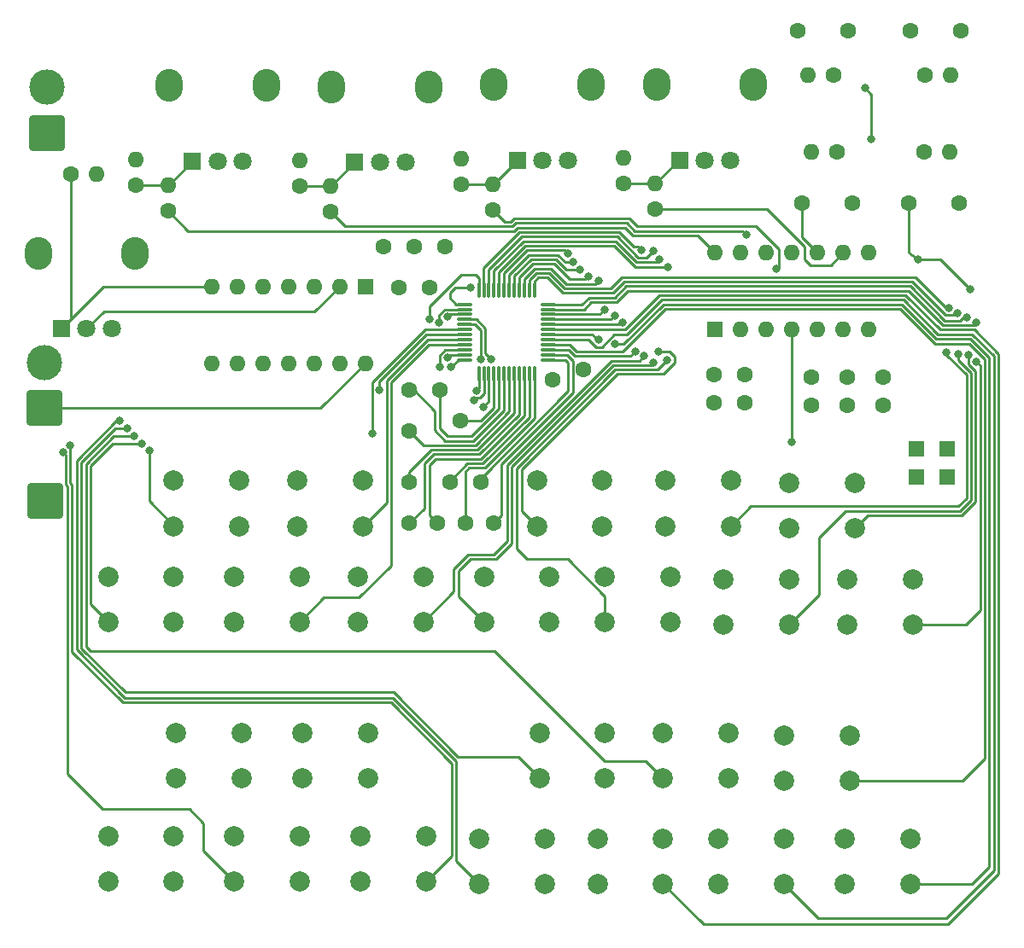
<source format=gbr>
%TF.GenerationSoftware,KiCad,Pcbnew,7.0.1-2.fc37*%
%TF.CreationDate,2023-04-06T16:15:49-04:00*%
%TF.ProjectId,synthesizer,73796e74-6865-4736-997a-65722e6b6963,rev?*%
%TF.SameCoordinates,Original*%
%TF.FileFunction,Copper,L1,Top*%
%TF.FilePolarity,Positive*%
%FSLAX46Y46*%
G04 Gerber Fmt 4.6, Leading zero omitted, Abs format (unit mm)*
G04 Created by KiCad (PCBNEW 7.0.1-2.fc37) date 2023-04-06 16:15:49*
%MOMM*%
%LPD*%
G01*
G04 APERTURE LIST*
G04 Aperture macros list*
%AMRoundRect*
0 Rectangle with rounded corners*
0 $1 Rounding radius*
0 $2 $3 $4 $5 $6 $7 $8 $9 X,Y pos of 4 corners*
0 Add a 4 corners polygon primitive as box body*
4,1,4,$2,$3,$4,$5,$6,$7,$8,$9,$2,$3,0*
0 Add four circle primitives for the rounded corners*
1,1,$1+$1,$2,$3*
1,1,$1+$1,$4,$5*
1,1,$1+$1,$6,$7*
1,1,$1+$1,$8,$9*
0 Add four rect primitives between the rounded corners*
20,1,$1+$1,$2,$3,$4,$5,0*
20,1,$1+$1,$4,$5,$6,$7,0*
20,1,$1+$1,$6,$7,$8,$9,0*
20,1,$1+$1,$8,$9,$2,$3,0*%
G04 Aperture macros list end*
%TA.AperFunction,SMDPad,CuDef*%
%ADD10RoundRect,0.075000X-0.662500X-0.075000X0.662500X-0.075000X0.662500X0.075000X-0.662500X0.075000X0*%
%TD*%
%TA.AperFunction,SMDPad,CuDef*%
%ADD11RoundRect,0.075000X-0.075000X-0.662500X0.075000X-0.662500X0.075000X0.662500X-0.075000X0.662500X0*%
%TD*%
%TA.AperFunction,ComponentPad*%
%ADD12C,2.000000*%
%TD*%
%TA.AperFunction,ComponentPad*%
%ADD13C,1.600000*%
%TD*%
%TA.AperFunction,ComponentPad*%
%ADD14RoundRect,0.250000X-0.550000X-0.550000X0.550000X-0.550000X0.550000X0.550000X-0.550000X0.550000X0*%
%TD*%
%TA.AperFunction,ComponentPad*%
%ADD15O,1.600000X1.600000*%
%TD*%
%TA.AperFunction,ComponentPad*%
%ADD16R,1.600000X1.600000*%
%TD*%
%TA.AperFunction,ComponentPad*%
%ADD17O,2.720000X3.240000*%
%TD*%
%TA.AperFunction,ComponentPad*%
%ADD18R,1.800000X1.800000*%
%TD*%
%TA.AperFunction,ComponentPad*%
%ADD19C,1.800000*%
%TD*%
%TA.AperFunction,ComponentPad*%
%ADD20C,3.500000*%
%TD*%
%TA.AperFunction,ComponentPad*%
%ADD21RoundRect,0.250002X-1.499998X-1.499998X1.499998X-1.499998X1.499998X1.499998X-1.499998X1.499998X0*%
%TD*%
%TA.AperFunction,ViaPad*%
%ADD22C,0.800000*%
%TD*%
%TA.AperFunction,Conductor*%
%ADD23C,0.250000*%
%TD*%
G04 APERTURE END LIST*
D10*
%TO.P,MSP430FR1,1,P1.2/UCB0SIMO/UCB0SDA/TB0TRG/OA0-/A2/Veref-*%
%TO.N,/P1.2*%
X72077500Y-87500000D03*
%TO.P,MSP430FR1,2,P1.1/UCB0CLK/ACLK/OA0O/COMP0.1/A1*%
%TO.N,/P1.1*%
X72077500Y-88000000D03*
%TO.P,MSP430FR1,3,P1.0/UCB0STE/SMCLK/COMP0.0/A0/Veref+*%
%TO.N,/P1.0*%
X72077500Y-88500000D03*
%TO.P,MSP430FR1,4,TEST/SBWTCK*%
%TO.N,unconnected-(MSP430FR1-TEST{slash}SBWTCK-Pad4)*%
X72077500Y-89000000D03*
%TO.P,MSP430FR1,5,RST/NMI/SBWTDIO*%
%TO.N,unconnected-(MSP430FR1-RST{slash}NMI{slash}SBWTDIO-Pad5)*%
X72077500Y-89500000D03*
%TO.P,MSP430FR1,6,DVCC*%
%TO.N,/3v3*%
X72077500Y-90000000D03*
%TO.P,MSP430FR1,7,DVSS*%
%TO.N,/GND*%
X72077500Y-90500000D03*
%TO.P,MSP430FR1,8,P2.7/TB0CLK/XIN*%
%TO.N,/P2.7*%
X72077500Y-91000000D03*
%TO.P,MSP430FR1,9,P2.6/MCLK/XOUT*%
%TO.N,/P2.6*%
X72077500Y-91500000D03*
%TO.P,MSP430FR1,10,P2.5/COMP1.0*%
%TO.N,/P2.5*%
X72077500Y-92000000D03*
%TO.P,MSP430FR1,11,P2.4/COMP1.1*%
%TO.N,/P2.4*%
X72077500Y-92500000D03*
%TO.P,MSP430FR1,12,P4.7/UCB1SOMI/UCB1SCL*%
%TO.N,/Square_PWM*%
X72077500Y-93000000D03*
D11*
%TO.P,MSP430FR1,13,P4.6/UCB1SIMO/UCB1SDA*%
%TO.N,/Triangle_PWM*%
X73490000Y-94412500D03*
%TO.P,MSP430FR1,14,P4.5/UCB1CLK*%
%TO.N,/Sawtooth_PWM*%
X73990000Y-94412500D03*
%TO.P,MSP430FR1,15,P4.4/UCB1STE*%
%TO.N,/Sine_PWM*%
X74490000Y-94412500D03*
%TO.P,MSP430FR1,16,P6.6/TB3CLK*%
%TO.N,unconnected-(MSP430FR1-P6.6{slash}TB3CLK-Pad16)*%
X74990000Y-94412500D03*
%TO.P,MSP430FR1,17,P6.5/TB3.6*%
%TO.N,unconnected-(MSP430FR1-P6.5{slash}TB3.6-Pad17)*%
X75490000Y-94412500D03*
%TO.P,MSP430FR1,18,P6.4/TB3.5*%
%TO.N,unconnected-(MSP430FR1-P6.4{slash}TB3.5-Pad18)*%
X75990000Y-94412500D03*
%TO.P,MSP430FR1,19,P6.3/TB3.4*%
%TO.N,unconnected-(MSP430FR1-P6.3{slash}TB3.4-Pad19)*%
X76490000Y-94412500D03*
%TO.P,MSP430FR1,20,P6.2/TB3.3*%
%TO.N,unconnected-(MSP430FR1-P6.2{slash}TB3.3-Pad20)*%
X76990000Y-94412500D03*
%TO.P,MSP430FR1,21,P6.1/TB3.2*%
%TO.N,unconnected-(MSP430FR1-P6.1{slash}TB3.2-Pad21)*%
X77490000Y-94412500D03*
%TO.P,MSP430FR1,22,P6.0/TB3.1*%
%TO.N,unconnected-(MSP430FR1-P6.0{slash}TB3.1-Pad22)*%
X77990000Y-94412500D03*
%TO.P,MSP430FR1,23,P4.3/UCA1TXD/UCA1SIMO/UCA1TXD*%
%TO.N,/UART_MSP_TX*%
X78490000Y-94412500D03*
%TO.P,MSP430FR1,24,P4.2/UCA1RXD/UCA1SOMI/UCA1RXD*%
%TO.N,/UART_MSP_RX*%
X78990000Y-94412500D03*
D10*
%TO.P,MSP430FR1,25,P4.1/UCA1CLK*%
%TO.N,unconnected-(MSP430FR1-P4.1{slash}UCA1CLK-Pad25)*%
X80402500Y-93000000D03*
%TO.P,MSP430FR1,26,P4.0/UCA1STE/ISOTXD/ISORXD*%
%TO.N,unconnected-(MSP430FR1-P4.0{slash}UCA1STE{slash}ISOTXD{slash}ISORXD-Pad26)*%
X80402500Y-92500000D03*
%TO.P,MSP430FR1,27,P2.3/TB1TRG*%
%TO.N,/P2.3*%
X80402500Y-92000000D03*
%TO.P,MSP430FR1,28,P2.2/TB1CLK*%
%TO.N,/P2.2*%
X80402500Y-91500000D03*
%TO.P,MSP430FR1,29,P2.1/TB1.2/COMP1.O*%
%TO.N,/P2.1*%
X80402500Y-91000000D03*
%TO.P,MSP430FR1,30,P2.0/TB1.1/COMP0.O*%
%TO.N,/P2.0*%
X80402500Y-90500000D03*
%TO.P,MSP430FR1,31,P1.7/UCA0TXD/UCA0SIMO/TB0.2/TDO/A7/VREF+*%
%TO.N,/P1.7*%
X80402500Y-90000000D03*
%TO.P,MSP430FR1,32,P1.6/UCA0RXD/UCA0SOMI/TB0.1/TDI/TCLK/A6*%
%TO.N,/P1.6*%
X80402500Y-89500000D03*
%TO.P,MSP430FR1,33,P1.5/UCA0CLK/TMS/A5*%
%TO.N,/P1.5*%
X80402500Y-89000000D03*
%TO.P,MSP430FR1,34,P1.4/UCA0STE/TCK/A4*%
%TO.N,/P1.4*%
X80402500Y-88500000D03*
%TO.P,MSP430FR1,35,P3.7*%
%TO.N,/P3.7*%
X80402500Y-88000000D03*
%TO.P,MSP430FR1,36,P3.6*%
%TO.N,/P3.6*%
X80402500Y-87500000D03*
D11*
%TO.P,MSP430FR1,37,P3.5*%
%TO.N,/P3.5*%
X78990000Y-86087500D03*
%TO.P,MSP430FR1,38,P3.4/SMCLK*%
%TO.N,/P3.4*%
X78490000Y-86087500D03*
%TO.P,MSP430FR1,39,P5.4*%
%TO.N,unconnected-(MSP430FR1-P5.4-Pad39)*%
X77990000Y-86087500D03*
%TO.P,MSP430FR1,40,P5.3/TB2TRG/A11*%
%TO.N,unconnected-(MSP430FR1-P5.3{slash}TB2TRG{slash}A11-Pad40)*%
X77490000Y-86087500D03*
%TO.P,MSP430FR1,41,P5.2/TB2CLK/A10*%
%TO.N,unconnected-(MSP430FR1-P5.2{slash}TB2CLK{slash}A10-Pad41)*%
X76990000Y-86087500D03*
%TO.P,MSP430FR1,42,P5.1/TB2.2/MFM.TX/A9*%
%TO.N,unconnected-(MSP430FR1-P5.1{slash}TB2.2{slash}MFM.TX{slash}A9-Pad42)*%
X76490000Y-86087500D03*
%TO.P,MSP430FR1,43,P5.0/TB2.1/MFM.RX/A8*%
%TO.N,unconnected-(MSP430FR1-P5.0{slash}TB2.1{slash}MFM.RX{slash}A8-Pad43)*%
X75990000Y-86087500D03*
%TO.P,MSP430FR1,44,P3.3*%
%TO.N,/P3.3*%
X75490000Y-86087500D03*
%TO.P,MSP430FR1,45,P3.2*%
%TO.N,/P3.2*%
X74990000Y-86087500D03*
%TO.P,MSP430FR1,46,P3.1*%
%TO.N,/P3.1*%
X74490000Y-86087500D03*
%TO.P,MSP430FR1,47,P3.0/MCLK*%
%TO.N,/P3.0*%
X73990000Y-86087500D03*
%TO.P,MSP430FR1,48,1.3/UCB0SOMI/UCB0SCL/A3*%
%TO.N,/P1.3*%
X73490000Y-86087500D03*
%TD*%
D12*
%TO.P,F#_4,1,1*%
%TO.N,/3v3*%
X79250000Y-105000000D03*
X85750000Y-105000000D03*
%TO.P,F#_4,2,2*%
%TO.N,/P3.2*%
X79250000Y-109500000D03*
X85750000Y-109500000D03*
%TD*%
D13*
%TO.P,C_Sin1,1*%
%TO.N,/Sine_Analog*%
X121145000Y-77470000D03*
%TO.P,C_Sin1,2*%
%TO.N,/GND*%
X116145000Y-77470000D03*
%TD*%
D12*
%TO.P,D_3,1,1*%
%TO.N,/3v3*%
X49250000Y-140250000D03*
X55750000Y-140250000D03*
%TO.P,D_3,2,2*%
%TO.N,/P1.2*%
X49250000Y-144750000D03*
X55750000Y-144750000D03*
%TD*%
D14*
%TO.P,3v3,1*%
%TO.N,/3v3*%
X116840000Y-101854000D03*
%TD*%
D13*
%TO.P,R3,1*%
%TO.N,/Sine_Isolated*%
X42700000Y-78240000D03*
D15*
%TO.P,R3,2*%
%TO.N,/Sine_Divided*%
X42700000Y-75700000D03*
%TD*%
D16*
%TO.P,U2,1,BIAS*%
%TO.N,unconnected-(U2A-BIAS-Pad1)*%
X62230000Y-85725000D03*
D15*
%TO.P,U2,2*%
%TO.N,/Audio_Out*%
X59690000Y-85725000D03*
%TO.P,U2,3,GND*%
%TO.N,/GND*%
X57150000Y-85725000D03*
%TO.P,U2,4,GND*%
X54610000Y-85725000D03*
%TO.P,U2,5,GND*%
X52070000Y-85725000D03*
%TO.P,U2,6,+*%
%TO.N,/Mixed*%
X49530000Y-85725000D03*
%TO.P,U2,7,-*%
%TO.N,Net-(U2A--)*%
X46990000Y-85725000D03*
%TO.P,U2,8,-*%
%TO.N,unconnected-(U2B---Pad8)*%
X46990000Y-93345000D03*
%TO.P,U2,9,+*%
%TO.N,unconnected-(U2B-+-Pad9)*%
X49530000Y-93345000D03*
%TO.P,U2,10,GND*%
%TO.N,/GND*%
X52070000Y-93345000D03*
%TO.P,U2,11,GND*%
X54610000Y-93345000D03*
%TO.P,U2,12,GND*%
X57150000Y-93345000D03*
%TO.P,U2,13*%
%TO.N,unconnected-(U2-Pad13)*%
X59690000Y-93345000D03*
%TO.P,U2,14,V+*%
%TO.N,/9v*%
X62230000Y-93345000D03*
%TD*%
D12*
%TO.P,A#_4,1,1*%
%TO.N,/3v3*%
X104250000Y-105250000D03*
X110750000Y-105250000D03*
%TO.P,A#_4,2,2*%
%TO.N,/P3.6*%
X104250000Y-109750000D03*
X110750000Y-109750000D03*
%TD*%
%TO.P,C_4,1,1*%
%TO.N,/3v3*%
X36750000Y-114500000D03*
X43250000Y-114500000D03*
%TO.P,C_4,2,2*%
%TO.N,/P2.4*%
X36750000Y-119000000D03*
X43250000Y-119000000D03*
%TD*%
%TO.P,E_4,1,1*%
%TO.N,/3v3*%
X61500000Y-114500000D03*
X68000000Y-114500000D03*
%TO.P,E_4,2,2*%
%TO.N,/P3.0*%
X61500000Y-119000000D03*
X68000000Y-119000000D03*
%TD*%
D13*
%TO.P,R2,1*%
%TO.N,/Square_Isolated*%
X91000000Y-78045000D03*
D15*
%TO.P,R2,2*%
%TO.N,/Square_Divided*%
X91000000Y-75505000D03*
%TD*%
D13*
%TO.P,40,1*%
%TO.N,unconnected-(MSP430FR1-P5.3{slash}TB2TRG{slash}A11-Pad40)*%
X65532000Y-85852000D03*
%TD*%
%TO.P,20,1*%
%TO.N,unconnected-(MSP430FR1-P6.2{slash}TB3.3-Pad20)*%
X66600000Y-105156000D03*
%TD*%
D17*
%TO.P,R_Sine_Mix1,*%
%TO.N,*%
X42800000Y-65800000D03*
X52400000Y-65800000D03*
D18*
%TO.P,R_Sine_Mix1,1,1*%
%TO.N,/Sine_Divided*%
X45100000Y-73300000D03*
D19*
%TO.P,R_Sine_Mix1,2,2*%
%TO.N,/Mixed*%
X47600000Y-73300000D03*
%TO.P,R_Sine_Mix1,3,3*%
%TO.N,/GND*%
X50100000Y-73300000D03*
%TD*%
D13*
%TO.P,GND,1*%
%TO.N,/GND*%
X109982000Y-94742000D03*
%TD*%
%TO.P,GND,1*%
%TO.N,/GND*%
X113538000Y-97536000D03*
%TD*%
%TO.P,GND,1*%
%TO.N,/GND*%
X106426000Y-97536000D03*
%TD*%
%TO.P,24,1*%
%TO.N,/UART_MSP_RX*%
X72136000Y-109220000D03*
%TD*%
%TO.P,R7,1*%
%TO.N,/Sawtooth_Isolated*%
X58825000Y-78330000D03*
D15*
%TO.P,R7,2*%
%TO.N,/Sawtooth_Divided*%
X58825000Y-75790000D03*
%TD*%
D13*
%TO.P,18,1*%
%TO.N,unconnected-(MSP430FR1-P6.4{slash}TB3.5-Pad18)*%
X66600000Y-96012000D03*
%TD*%
%TO.P,GND,1*%
%TO.N,/GND*%
X109982000Y-97536000D03*
%TD*%
D14*
%TO.P,3v3,1*%
%TO.N,/3v3*%
X116840000Y-104648000D03*
%TD*%
D16*
%TO.P,U3,1*%
%TO.N,/Sawtooth_Isolated*%
X96920000Y-90020000D03*
D15*
%TO.P,U3,2,-*%
X99460000Y-90020000D03*
%TO.P,U3,3,+*%
%TO.N,/Sawtooth_Analog*%
X102000000Y-90020000D03*
%TO.P,U3,4,V+*%
%TO.N,/3v3*%
X104540000Y-90020000D03*
%TO.P,U3,5,+*%
%TO.N,/Triangle_Analog*%
X107080000Y-90020000D03*
%TO.P,U3,6,-*%
%TO.N,/Triangle_Isolated*%
X109620000Y-90020000D03*
%TO.P,U3,7*%
X112160000Y-90020000D03*
%TO.P,U3,8*%
%TO.N,/Square_Isolated*%
X112160000Y-82400000D03*
%TO.P,U3,9,-*%
X109620000Y-82400000D03*
%TO.P,U3,10,+*%
%TO.N,/Square_Analog*%
X107080000Y-82400000D03*
%TO.P,U3,11,V-*%
%TO.N,/GND*%
X104540000Y-82400000D03*
%TO.P,U3,12,+*%
%TO.N,/Sine_Analog*%
X102000000Y-82400000D03*
%TO.P,U3,13,-*%
%TO.N,/Sine_Isolated*%
X99460000Y-82400000D03*
%TO.P,U3,14*%
X96920000Y-82400000D03*
%TD*%
D12*
%TO.P,F#_3,1,1*%
%TO.N,/3v3*%
X79500000Y-130000000D03*
X86000000Y-130000000D03*
%TO.P,F#_3,2,2*%
%TO.N,/P1.6*%
X79500000Y-134500000D03*
X86000000Y-134500000D03*
%TD*%
D13*
%TO.P,16,1*%
%TO.N,unconnected-(MSP430FR1-P6.6{slash}TB3CLK-Pad16)*%
X71628000Y-99060000D03*
%TD*%
%TO.P,NC,1*%
%TO.N,N/C*%
X99822000Y-94488000D03*
%TD*%
%TO.P,41,1*%
%TO.N,unconnected-(MSP430FR1-P5.2{slash}TB2CLK{slash}A10-Pad41)*%
X70104000Y-81788000D03*
%TD*%
%TO.P,43,1*%
%TO.N,unconnected-(MSP430FR1-P5.0{slash}TB2.1{slash}MFM.RX{slash}A8-Pad43)*%
X64008000Y-81788000D03*
%TD*%
D12*
%TO.P,A_3,1,1*%
%TO.N,/3v3*%
X97250000Y-140500000D03*
X103750000Y-140500000D03*
%TO.P,A_3,2,2*%
%TO.N,/P2.1*%
X97250000Y-145000000D03*
X103750000Y-145000000D03*
%TD*%
D13*
%TO.P,C_Saw1,1*%
%TO.N,/Sawtooth_Analog*%
X121245000Y-60325000D03*
%TO.P,C_Saw1,2*%
%TO.N,/GND*%
X116245000Y-60325000D03*
%TD*%
%TO.P,R_Sq1,1*%
%TO.N,/Square_PWM*%
X108985000Y-72395000D03*
D15*
%TO.P,R_Sq1,2*%
%TO.N,/Square_Analog*%
X106445000Y-72395000D03*
%TD*%
D12*
%TO.P,B_3,1,1*%
%TO.N,/3v3*%
X109750000Y-140500000D03*
X116250000Y-140500000D03*
%TO.P,B_3,2,2*%
%TO.N,/P2.3*%
X109750000Y-145000000D03*
X116250000Y-145000000D03*
%TD*%
D17*
%TO.P,R_Triangle_Mix1,*%
%TO.N,*%
X75000000Y-65725000D03*
X84600000Y-65725000D03*
D18*
%TO.P,R_Triangle_Mix1,1,1*%
%TO.N,/Triangle_Divided*%
X77300000Y-73225000D03*
D19*
%TO.P,R_Triangle_Mix1,2,2*%
%TO.N,/Mixed*%
X79800000Y-73225000D03*
%TO.P,R_Triangle_Mix1,3,3*%
%TO.N,/GND*%
X82300000Y-73225000D03*
%TD*%
D12*
%TO.P,G#_3,1,1*%
%TO.N,/3v3*%
X91750000Y-130000000D03*
X98250000Y-130000000D03*
%TO.P,G#_3,2,2*%
%TO.N,/P2.0*%
X91750000Y-134500000D03*
X98250000Y-134500000D03*
%TD*%
%TO.P,A_4,1,1*%
%TO.N,/3v3*%
X97750000Y-114750000D03*
X104250000Y-114750000D03*
%TO.P,A_4,2,2*%
%TO.N,/P3.5*%
X97750000Y-119250000D03*
X104250000Y-119250000D03*
%TD*%
%TO.P,G_3,1,1*%
%TO.N,/3v3*%
X85250000Y-140500000D03*
X91750000Y-140500000D03*
%TO.P,G_3,2,2*%
%TO.N,/P1.7*%
X85250000Y-145000000D03*
X91750000Y-145000000D03*
%TD*%
D13*
%TO.P,4,1*%
%TO.N,unconnected-(MSP430FR1-TEST{slash}SBWTCK-Pad4)*%
X83820000Y-93980000D03*
%TD*%
D12*
%TO.P,F_3,1,1*%
%TO.N,/3v3*%
X73500000Y-140500000D03*
X80000000Y-140500000D03*
%TO.P,F_3,2,2*%
%TO.N,/P1.5*%
X73500000Y-145000000D03*
X80000000Y-145000000D03*
%TD*%
D20*
%TO.P,GND,1*%
%TO.N,/Audio_Out*%
X30700000Y-65900000D03*
%TD*%
D13*
%TO.P,GND,1*%
%TO.N,/GND*%
X106426000Y-94742000D03*
%TD*%
%TO.P,NC,1*%
%TO.N,N/C*%
X96774000Y-94488000D03*
%TD*%
D12*
%TO.P,D#_4,1,1*%
%TO.N,/3v3*%
X55500000Y-105000000D03*
X62000000Y-105000000D03*
%TO.P,D#_4,2,2*%
%TO.N,/P2.7*%
X55500000Y-109500000D03*
X62000000Y-109500000D03*
%TD*%
%TO.P,E_3,1,1*%
%TO.N,/3v3*%
X61750000Y-140250000D03*
X68250000Y-140250000D03*
%TO.P,E_3,2,2*%
%TO.N,/P1.4*%
X61750000Y-144750000D03*
X68250000Y-144750000D03*
%TD*%
D13*
%TO.P,19,1*%
%TO.N,unconnected-(MSP430FR1-P6.3{slash}TB3.4-Pad19)*%
X66600000Y-100076000D03*
%TD*%
D14*
%TO.P,3v3,1*%
%TO.N,/3v3*%
X119888000Y-104648000D03*
%TD*%
D13*
%TO.P,23,1*%
%TO.N,/UART_MSP_TX*%
X70612000Y-105156000D03*
%TD*%
%TO.P,26,1*%
%TO.N,unconnected-(MSP430FR1-P4.0{slash}UCA1STE{slash}ISOTXD{slash}ISORXD-Pad26)*%
X74930000Y-109220000D03*
%TD*%
%TO.P,R8,1*%
%TO.N,/Sawtooth_Divided*%
X55700000Y-75745000D03*
D15*
%TO.P,R8,2*%
%TO.N,/GND*%
X55700000Y-73205000D03*
%TD*%
D13*
%TO.P,R_Saw1,1*%
%TO.N,/Sawtooth_PWM*%
X117700000Y-64770000D03*
D15*
%TO.P,R_Saw1,2*%
%TO.N,/Sawtooth_Analog*%
X120240000Y-64770000D03*
%TD*%
D13*
%TO.P,R_Sin1,1*%
%TO.N,/Sine_PWM*%
X117600000Y-72400000D03*
D15*
%TO.P,R_Sin1,2*%
%TO.N,/Sine_Analog*%
X120140000Y-72400000D03*
%TD*%
D13*
%TO.P,R1,1*%
%TO.N,/Square_Divided*%
X87800000Y-75540000D03*
D15*
%TO.P,R1,2*%
%TO.N,/GND*%
X87800000Y-73000000D03*
%TD*%
D13*
%TO.P,R_T1,1*%
%TO.N,/Triangle_PWM*%
X108645000Y-64770000D03*
D15*
%TO.P,R_T1,2*%
%TO.N,/Triangle_Analog*%
X106105000Y-64770000D03*
%TD*%
D12*
%TO.P,G_4,1,1*%
%TO.N,/3v3*%
X86000000Y-114500000D03*
X92500000Y-114500000D03*
%TO.P,G_4,2,2*%
%TO.N,/P3.3*%
X86000000Y-119000000D03*
X92500000Y-119000000D03*
%TD*%
D13*
%TO.P,C_T1,1*%
%TO.N,/Triangle_Analog*%
X105100000Y-60325000D03*
%TO.P,C_T1,2*%
%TO.N,/GND*%
X110100000Y-60325000D03*
%TD*%
%TO.P,R6,1*%
%TO.N,/Triangle_Divided*%
X71700000Y-75565000D03*
D15*
%TO.P,R6,2*%
%TO.N,/GND*%
X71700000Y-73025000D03*
%TD*%
D13*
%TO.P,42,1*%
%TO.N,unconnected-(MSP430FR1-P5.1{slash}TB2.2{slash}MFM.TX{slash}A9-Pad42)*%
X67056000Y-81788000D03*
%TD*%
D12*
%TO.P,G#_4,1,1*%
%TO.N,/3v3*%
X92000000Y-105000000D03*
X98500000Y-105000000D03*
%TO.P,G#_4,2,2*%
%TO.N,/P3.4*%
X92000000Y-109500000D03*
X98500000Y-109500000D03*
%TD*%
%TO.P,D#_3,1,1*%
%TO.N,/3v3*%
X56000000Y-130000000D03*
X62500000Y-130000000D03*
%TO.P,D#_3,2,2*%
%TO.N,/P1.3*%
X56000000Y-134500000D03*
X62500000Y-134500000D03*
%TD*%
D17*
%TO.P,R_Volume1,*%
%TO.N,*%
X29800000Y-82425000D03*
X39400000Y-82425000D03*
D18*
%TO.P,R_Volume1,1,1*%
%TO.N,Net-(U2A--)*%
X32100000Y-89925000D03*
D19*
%TO.P,R_Volume1,2,2*%
%TO.N,/Audio_Out*%
X34600000Y-89925000D03*
%TO.P,R_Volume1,3,3*%
%TO.N,unconnected-(R_Volume1-Pad3)*%
X37100000Y-89925000D03*
%TD*%
D13*
%TO.P,R4,1*%
%TO.N,/Sine_Divided*%
X39500000Y-75640000D03*
D15*
%TO.P,R4,2*%
%TO.N,/GND*%
X39500000Y-73100000D03*
%TD*%
D21*
%TO.P,Audio Out,1*%
%TO.N,/Audio_Out*%
X30700000Y-70500000D03*
%TD*%
D20*
%TO.P,GND,1*%
%TO.N,/GND*%
X30400000Y-93300000D03*
%TD*%
D12*
%TO.P,C#_3,1,1*%
%TO.N,/3v3*%
X43500000Y-130000000D03*
X50000000Y-130000000D03*
%TO.P,C#_3,2,2*%
%TO.N,/P1.1*%
X43500000Y-134500000D03*
X50000000Y-134500000D03*
%TD*%
D17*
%TO.P,P_Square_Mix1,*%
%TO.N,*%
X91100000Y-65700000D03*
X100700000Y-65700000D03*
D18*
%TO.P,P_Square_Mix1,1,1*%
%TO.N,/Square_Divided*%
X93400000Y-73200000D03*
D19*
%TO.P,P_Square_Mix1,2,2*%
%TO.N,/Mixed*%
X95900000Y-73200000D03*
%TO.P,P_Square_Mix1,3,3*%
%TO.N,/GND*%
X98400000Y-73200000D03*
%TD*%
D12*
%TO.P,A#_3,1,1*%
%TO.N,/3v3*%
X103750000Y-130250000D03*
X110250000Y-130250000D03*
%TO.P,A#_3,2,2*%
%TO.N,/P2.2*%
X103750000Y-134750000D03*
X110250000Y-134750000D03*
%TD*%
%TO.P,B_4,1,1*%
%TO.N,/3v3*%
X110000000Y-114750000D03*
X116500000Y-114750000D03*
%TO.P,B_4,2,2*%
%TO.N,/P3.7*%
X110000000Y-119250000D03*
X116500000Y-119250000D03*
%TD*%
D14*
%TO.P,3v3,1*%
%TO.N,/3v3*%
X119888000Y-101854000D03*
%TD*%
D17*
%TO.P,R_Sawtooth_Mix1,*%
%TO.N,*%
X58900000Y-65925000D03*
X68500000Y-65925000D03*
D18*
%TO.P,R_Sawtooth_Mix1,1,1*%
%TO.N,/Sawtooth_Divided*%
X61200000Y-73425000D03*
D19*
%TO.P,R_Sawtooth_Mix1,2,2*%
%TO.N,/Mixed*%
X63700000Y-73425000D03*
%TO.P,R_Sawtooth_Mix1,3,3*%
%TO.N,/GND*%
X66200000Y-73425000D03*
%TD*%
D12*
%TO.P,C_3,1,1*%
%TO.N,/3v3*%
X36750000Y-140250000D03*
X43250000Y-140250000D03*
%TO.P,C_3,2,2*%
%TO.N,/P1.0*%
X36750000Y-144750000D03*
X43250000Y-144750000D03*
%TD*%
%TO.P,D_4,1,1*%
%TO.N,/3v3*%
X49250000Y-114500000D03*
X55750000Y-114500000D03*
%TO.P,D_4,2,2*%
%TO.N,/P2.6*%
X49250000Y-119000000D03*
X55750000Y-119000000D03*
%TD*%
D13*
%TO.P,GND,1*%
%TO.N,/GND*%
X113538000Y-94742000D03*
%TD*%
D21*
%TO.P,3.3v,1*%
%TO.N,/3v3*%
X30500000Y-107000000D03*
%TD*%
D13*
%TO.P,R9,1*%
%TO.N,Net-(U2A--)*%
X33060000Y-74600000D03*
D15*
%TO.P,R9,2*%
%TO.N,/GND*%
X35600000Y-74600000D03*
%TD*%
D13*
%TO.P,22,1*%
%TO.N,unconnected-(MSP430FR1-P6.0{slash}TB3.1-Pad22)*%
X69342000Y-109220000D03*
%TD*%
%TO.P,5,1*%
%TO.N,unconnected-(MSP430FR1-RST{slash}NMI{slash}SBWTDIO-Pad5)*%
X80772000Y-94996000D03*
%TD*%
%TO.P,C_Sq1,1*%
%TO.N,/Square_Analog*%
X105490000Y-77470000D03*
%TO.P,C_Sq1,2*%
%TO.N,/GND*%
X110490000Y-77470000D03*
%TD*%
D12*
%TO.P,C#_4,1,1*%
%TO.N,/3v3*%
X43250000Y-105000000D03*
X49750000Y-105000000D03*
%TO.P,C#_4,2,2*%
%TO.N,/P2.5*%
X43250000Y-109500000D03*
X49750000Y-109500000D03*
%TD*%
D13*
%TO.P,25,1*%
%TO.N,unconnected-(MSP430FR1-P4.1{slash}UCA1CLK-Pad25)*%
X73660000Y-105156000D03*
%TD*%
%TO.P,39,1*%
%TO.N,unconnected-(MSP430FR1-P5.4-Pad39)*%
X68580000Y-85852000D03*
%TD*%
D12*
%TO.P,F_4,1,1*%
%TO.N,/3v3*%
X74000000Y-114500000D03*
X80500000Y-114500000D03*
%TO.P,F_4,2,2*%
%TO.N,/P3.1*%
X74000000Y-119000000D03*
X80500000Y-119000000D03*
%TD*%
D13*
%TO.P,R5,1*%
%TO.N,/Triangle_Isolated*%
X74900000Y-78165000D03*
D15*
%TO.P,R5,2*%
%TO.N,/Triangle_Divided*%
X74900000Y-75625000D03*
%TD*%
D21*
%TO.P,9v,1*%
%TO.N,/9v*%
X30400000Y-97800000D03*
%TD*%
D13*
%TO.P,17,1*%
%TO.N,unconnected-(MSP430FR1-P6.5{slash}TB3.6-Pad17)*%
X69596000Y-96012000D03*
%TD*%
%TO.P,21,1*%
%TO.N,unconnected-(MSP430FR1-P6.1{slash}TB3.2-Pad21)*%
X66600000Y-109220000D03*
%TD*%
%TO.P,NC,1*%
%TO.N,N/C*%
X96774000Y-97282000D03*
%TD*%
%TO.P,NC,1*%
%TO.N,N/C*%
X99822000Y-97282000D03*
%TD*%
D22*
%TO.N,/3v3*%
X62900500Y-100300500D03*
X104540000Y-101200000D03*
%TO.N,/P3.6*%
X122075500Y-92500150D03*
X121875837Y-88825500D03*
%TO.N,/P3.5*%
X120898330Y-88375500D03*
X121000000Y-92400000D03*
%TO.N,/P2.3*%
X89009374Y-92148961D03*
X86999403Y-91450500D03*
%TO.N,/P3.7*%
X122833107Y-93166893D03*
X122810632Y-89306794D03*
%TO.N,/P1.1*%
X69559571Y-89275500D03*
%TO.N,/P2.5*%
X69600000Y-93692698D03*
X40800000Y-102000000D03*
%TO.N,/P1.0*%
X70400000Y-88734500D03*
%TO.N,/P2.4*%
X70400000Y-92800000D03*
X40075500Y-101293245D03*
%TO.N,/P1.3*%
X68623916Y-88924000D03*
%TO.N,/P1.2*%
X32251000Y-102200000D03*
X72644000Y-85852000D03*
%TO.N,/P1.4*%
X86000000Y-88000000D03*
X32975500Y-101461874D03*
%TO.N,/P3.0*%
X89875500Y-92647792D03*
X89600000Y-82125500D03*
%TO.N,/P1.6*%
X38626500Y-99837701D03*
X87736683Y-89275500D03*
%TO.N,/P3.2*%
X91324500Y-92200000D03*
X91400000Y-83075500D03*
%TO.N,/P1.5*%
X87000000Y-88600000D03*
X37902000Y-99081665D03*
%TO.N,/P3.1*%
X90817700Y-93250500D03*
X90800000Y-82200000D03*
%TO.N,/P2.0*%
X39351000Y-100562201D03*
X85400000Y-91000000D03*
%TO.N,/P3.4*%
X119870149Y-92245096D03*
X120058158Y-87834098D03*
%TO.N,/P3.3*%
X92187701Y-93012299D03*
X92200000Y-83800000D03*
%TO.N,unconnected-(MSP430FR1-TEST{slash}SBWTCK-Pad4)*%
X74676000Y-92964000D03*
%TO.N,/GND*%
X111760000Y-66040000D03*
X122200000Y-86000000D03*
X112395000Y-71120000D03*
X63625500Y-95974500D03*
X117000000Y-83000000D03*
%TO.N,unconnected-(MSP430FR1-RST{slash}NMI{slash}SBWTDIO-Pad5)*%
X73660000Y-92964000D03*
%TO.N,/Square_PWM*%
X70716070Y-93748211D03*
%TO.N,/Triangle_PWM*%
X73265500Y-96055000D03*
%TO.N,/Sawtooth_PWM*%
X73024500Y-97025012D03*
%TO.N,/Sine_PWM*%
X73913065Y-97694500D03*
%TO.N,unconnected-(MSP430FR1-P5.4-Pad39)*%
X85344000Y-85185500D03*
%TO.N,unconnected-(MSP430FR1-P5.3{slash}TB2TRG{slash}A11-Pad40)*%
X84328000Y-84735500D03*
%TO.N,unconnected-(MSP430FR1-P5.2{slash}TB2CLK{slash}A10-Pad41)*%
X83510755Y-84018755D03*
%TO.N,unconnected-(MSP430FR1-P5.1{slash}TB2.2{slash}MFM.TX{slash}A9-Pad42)*%
X82804000Y-83312000D03*
%TO.N,unconnected-(MSP430FR1-P5.0{slash}TB2.1{slash}MFM.RX{slash}A8-Pad43)*%
X82296000Y-82410500D03*
%TO.N,/Sawtooth_Isolated*%
X100000000Y-80600000D03*
%TO.N,/Triangle_Isolated*%
X103000000Y-84000000D03*
%TD*%
D23*
%TO.N,/3v3*%
X62900500Y-95263104D02*
X62900500Y-95686847D01*
X68163604Y-90000000D02*
X62900500Y-95263104D01*
X104540000Y-90020000D02*
X104540000Y-101200000D01*
X72077500Y-90000000D02*
X68163604Y-90000000D01*
X62900500Y-100300500D02*
X62900500Y-95674195D01*
%TO.N,/P2.2*%
X121450000Y-134750000D02*
X110250000Y-134750000D01*
X91996676Y-87950000D02*
X115240812Y-87950000D01*
X123650000Y-92959188D02*
X123650000Y-132550000D01*
X82500000Y-91500000D02*
X83175000Y-92175000D01*
X115240812Y-87950000D02*
X118690812Y-91400000D01*
X87771676Y-92175000D02*
X91996676Y-87950000D01*
X122090812Y-91400000D02*
X123650000Y-92959188D01*
X87425000Y-92175000D02*
X87771676Y-92175000D01*
X80330000Y-91500000D02*
X82500000Y-91500000D01*
X83175000Y-92175000D02*
X87425000Y-92175000D01*
X123650000Y-132550000D02*
X121450000Y-134750000D01*
X118690812Y-91400000D02*
X122090812Y-91400000D01*
%TO.N,/P3.6*%
X121875837Y-88825500D02*
X121623330Y-88572993D01*
X83707145Y-87560000D02*
X81265685Y-87560000D01*
X122075500Y-93434591D02*
X122750000Y-94109091D01*
X122750000Y-107086396D02*
X121386396Y-108450000D01*
X81205685Y-87500000D02*
X80330000Y-87500000D01*
X121623330Y-88572993D02*
X121623330Y-88675805D01*
X122075500Y-92500150D02*
X122075500Y-93434591D01*
X116262359Y-85700000D02*
X88072884Y-85700000D01*
X84442145Y-86825000D02*
X83707145Y-87560000D01*
X88072884Y-85700000D02*
X86947884Y-86825000D01*
X121623330Y-88675805D02*
X121198635Y-89100500D01*
X121386396Y-108450000D02*
X112050000Y-108450000D01*
X119662859Y-89100500D02*
X116262359Y-85700000D01*
X122750000Y-94109091D02*
X122750000Y-107086396D01*
X81265685Y-87560000D02*
X81205685Y-87500000D01*
X121198635Y-89100500D02*
X119662859Y-89100500D01*
X86947884Y-86825000D02*
X84442145Y-86825000D01*
X112050000Y-108450000D02*
X110750000Y-109750000D01*
%TO.N,/P2.1*%
X124550000Y-143650000D02*
X124550000Y-92586396D01*
X107150000Y-148400000D02*
X119800000Y-148400000D01*
X119800000Y-148400000D02*
X124550000Y-143650000D01*
X84384695Y-91010000D02*
X80330000Y-91010000D01*
X88183231Y-90490653D02*
X86933945Y-90490653D01*
X91623884Y-87050000D02*
X88183231Y-90490653D01*
X115613604Y-87050000D02*
X91623884Y-87050000D01*
X85099695Y-91725000D02*
X84384695Y-91010000D01*
X103750000Y-145000000D02*
X107150000Y-148400000D01*
X85699598Y-91725000D02*
X85099695Y-91725000D01*
X124550000Y-92586396D02*
X122414104Y-90450500D01*
X86933945Y-90490653D02*
X85699598Y-91725000D01*
X122414104Y-90450500D02*
X119014104Y-90450500D01*
X119014104Y-90450500D02*
X115613604Y-87050000D01*
%TO.N,/P3.5*%
X121200000Y-108000000D02*
X109800000Y-108000000D01*
X120714732Y-88559098D02*
X119757853Y-88559098D01*
X122300000Y-106900000D02*
X121200000Y-108000000D01*
X122300000Y-94295487D02*
X122300000Y-106900000D01*
X80264000Y-84836000D02*
X79400396Y-84836000D01*
X107200000Y-110600000D02*
X107200000Y-116300000D01*
X121000000Y-92400000D02*
X121000000Y-92995487D01*
X121000000Y-92995487D02*
X122300000Y-94295487D01*
X81788000Y-86360000D02*
X80264000Y-84836000D01*
X107200000Y-116300000D02*
X104250000Y-119250000D01*
X109800000Y-108000000D02*
X107200000Y-110600000D01*
X86776488Y-86360000D02*
X81788000Y-86360000D01*
X79000000Y-85236396D02*
X79000000Y-86160000D01*
X119757853Y-88559098D02*
X116448755Y-85250000D01*
X120898330Y-88375500D02*
X120714732Y-88559098D01*
X87886488Y-85250000D02*
X86776488Y-86360000D01*
X79400396Y-84836000D02*
X79000000Y-85236396D01*
X116448755Y-85250000D02*
X87886488Y-85250000D01*
%TO.N,/P2.3*%
X87859780Y-91450500D02*
X91810280Y-87500000D01*
X124100000Y-92772792D02*
X124100000Y-143300000D01*
X91810280Y-87500000D02*
X115427208Y-87500000D01*
X115427208Y-87500000D02*
X118827708Y-90900500D01*
X82988604Y-92625000D02*
X82373604Y-92010000D01*
X122400000Y-145000000D02*
X116250000Y-145000000D01*
X82373604Y-92010000D02*
X80330000Y-92010000D01*
X124100000Y-143300000D02*
X122400000Y-145000000D01*
X122227708Y-90900500D02*
X124100000Y-92772792D01*
X89009374Y-92148961D02*
X88533335Y-92625000D01*
X88533335Y-92625000D02*
X82988604Y-92625000D01*
X118827708Y-90900500D02*
X122227708Y-90900500D01*
X86999403Y-91450500D02*
X87859780Y-91450500D01*
%TO.N,/P3.7*%
X84628541Y-87275000D02*
X83893541Y-88010000D01*
X119476463Y-89550500D02*
X116075963Y-86150000D01*
X123200000Y-117800000D02*
X121750000Y-119250000D01*
X123200000Y-93533786D02*
X123200000Y-117800000D01*
X116075963Y-86150000D02*
X88259280Y-86150000D01*
X122810632Y-89306794D02*
X122566926Y-89550500D01*
X87134280Y-87275000D02*
X84628541Y-87275000D01*
X88259280Y-86150000D02*
X87134280Y-87275000D01*
X121750000Y-119250000D02*
X116500000Y-119250000D01*
X83893541Y-88010000D02*
X80330000Y-88010000D01*
X122566926Y-89550500D02*
X119476463Y-89550500D01*
X122833107Y-93166893D02*
X123200000Y-93533786D01*
%TO.N,/P1.1*%
X70099195Y-88010000D02*
X72150000Y-88010000D01*
X69559571Y-89275500D02*
X69559571Y-88549624D01*
X69559571Y-88549624D02*
X70099195Y-88010000D01*
%TO.N,/P2.5*%
X40800000Y-102000000D02*
X40800000Y-107000000D01*
X70164695Y-92010000D02*
X72150000Y-92010000D01*
X69600000Y-92574695D02*
X70164695Y-92010000D01*
X40800000Y-107000000D02*
X43250000Y-109450000D01*
X69600000Y-93692698D02*
X69600000Y-92574695D01*
X43250000Y-109450000D02*
X43250000Y-109500000D01*
%TO.N,/P1.0*%
X70634500Y-88500000D02*
X72150000Y-88500000D01*
X70400000Y-88734500D02*
X70634500Y-88500000D01*
%TO.N,/P2.4*%
X37229450Y-101293245D02*
X35000000Y-103522695D01*
X70690000Y-92510000D02*
X72150000Y-92510000D01*
X35000000Y-117250000D02*
X36750000Y-119000000D01*
X70400000Y-92800000D02*
X70690000Y-92510000D01*
X35000000Y-103522695D02*
X35000000Y-117250000D01*
X40075500Y-101293245D02*
X37229450Y-101293245D01*
%TO.N,/P1.3*%
X68403391Y-88924000D02*
X68623916Y-88924000D01*
X68623916Y-88924000D02*
X68623916Y-88791307D01*
X73200000Y-84600000D02*
X73490000Y-84890000D01*
X68623916Y-87711688D02*
X71735604Y-84600000D01*
X73490000Y-84890000D02*
X73490000Y-86160000D01*
X68623916Y-88791307D02*
X68580000Y-88747391D01*
X68388898Y-88909507D02*
X68403391Y-88924000D01*
X71735604Y-84600000D02*
X73200000Y-84600000D01*
X68623916Y-88924000D02*
X68623916Y-87711688D01*
%TO.N,/P2.7*%
X62000000Y-109500000D02*
X64350000Y-107150000D01*
X64350000Y-95086396D02*
X68426396Y-91010000D01*
X68426396Y-91010000D02*
X72150000Y-91010000D01*
X64350000Y-107150000D02*
X64350000Y-95086396D01*
%TO.N,/P1.2*%
X32700000Y-105548366D02*
X32525500Y-105373866D01*
X71244000Y-87500000D02*
X72077500Y-87500000D01*
X46200000Y-141700000D02*
X46200000Y-139000000D01*
X32525500Y-105373866D02*
X32525500Y-102474500D01*
X36200000Y-137600000D02*
X32700000Y-134100000D01*
X70612000Y-86360000D02*
X70612000Y-86868000D01*
X70612000Y-86868000D02*
X71244000Y-87500000D01*
X46200000Y-139000000D02*
X44800000Y-137600000D01*
X44800000Y-137600000D02*
X36200000Y-137600000D01*
X49250000Y-144750000D02*
X46200000Y-141700000D01*
X71120000Y-85852000D02*
X70612000Y-86360000D01*
X72644000Y-85852000D02*
X71120000Y-85852000D01*
X32700000Y-134100000D02*
X32700000Y-105548366D01*
X32525500Y-102474500D02*
X32251000Y-102200000D01*
%TO.N,/P2.6*%
X55750000Y-119000000D02*
X58150000Y-116600000D01*
X64800000Y-113400000D02*
X64800000Y-95272792D01*
X64800000Y-95272792D02*
X68562792Y-91510000D01*
X61600000Y-116600000D02*
X64800000Y-113400000D01*
X58150000Y-116600000D02*
X61600000Y-116600000D01*
X68562792Y-91510000D02*
X72150000Y-91510000D01*
%TO.N,/P1.4*%
X70800000Y-133036396D02*
X70800000Y-142200000D01*
X70800000Y-142200000D02*
X68250000Y-144750000D01*
X86000000Y-88000000D02*
X85500000Y-88500000D01*
X32975500Y-101461874D02*
X32975500Y-105187470D01*
X38200000Y-127000000D02*
X64763604Y-127000000D01*
X32975500Y-105187470D02*
X33150000Y-105361970D01*
X64763604Y-127000000D02*
X70800000Y-133036396D01*
X85500000Y-88500000D02*
X80330000Y-88500000D01*
X33150000Y-121950000D02*
X38200000Y-127000000D01*
X33150000Y-105361970D02*
X33150000Y-121950000D01*
%TO.N,/P3.0*%
X88873591Y-81788000D02*
X87421591Y-80336000D01*
X74997604Y-112326000D02*
X72457604Y-112326000D01*
X77536436Y-80336000D02*
X73980000Y-83892436D01*
X71000000Y-116000000D02*
X68000000Y-119000000D01*
X71000000Y-113783604D02*
X71000000Y-116000000D01*
X73980000Y-83892436D02*
X73980000Y-86160000D01*
X89262500Y-81788000D02*
X88873591Y-81788000D01*
X76316000Y-103404356D02*
X76316000Y-111007604D01*
X76316000Y-111007604D02*
X74997604Y-112326000D01*
X89600000Y-82125500D02*
X89262500Y-81788000D01*
X89448292Y-93075000D02*
X86645356Y-93075000D01*
X86645356Y-93075000D02*
X76316000Y-103404356D01*
X87421591Y-80336000D02*
X77536436Y-80336000D01*
X72457604Y-112326000D02*
X71000000Y-113783604D01*
X89875500Y-92647792D02*
X89448292Y-93075000D01*
%TO.N,/P1.6*%
X65036396Y-126000000D02*
X71436396Y-132400000D01*
X34100000Y-121627208D02*
X38472792Y-126000000D01*
X77400000Y-132400000D02*
X79500000Y-134500000D01*
X87736683Y-89275500D02*
X87502183Y-89510000D01*
X87502183Y-89510000D02*
X80330000Y-89510000D01*
X38472792Y-126000000D02*
X65036396Y-126000000D01*
X38626500Y-99837701D02*
X37412202Y-99837701D01*
X71436396Y-132400000D02*
X77400000Y-132400000D01*
X37412202Y-99837701D02*
X34100000Y-103149903D01*
X34100000Y-103149903D02*
X34100000Y-121627208D01*
%TO.N,/P3.2*%
X92400707Y-92200000D02*
X91324500Y-92200000D01*
X89113299Y-83300500D02*
X87048799Y-81236000D01*
X92912701Y-93312604D02*
X92912701Y-92711994D01*
X91175000Y-83300500D02*
X89113299Y-83300500D01*
X77909228Y-81236000D02*
X74990000Y-84155228D01*
X79250000Y-109500000D02*
X77724000Y-107974000D01*
X87204544Y-94425000D02*
X91800305Y-94425000D01*
X77724000Y-103905544D02*
X87204544Y-94425000D01*
X87048799Y-81236000D02*
X77909228Y-81236000D01*
X92912701Y-92711994D02*
X92400707Y-92200000D01*
X91400000Y-83075500D02*
X91175000Y-83300500D01*
X91800305Y-94425000D02*
X92912701Y-93312604D01*
X74990000Y-84155228D02*
X74990000Y-86160000D01*
X77724000Y-107974000D02*
X77724000Y-103905544D01*
%TO.N,/P1.5*%
X87000000Y-88600000D02*
X86600000Y-89000000D01*
X71250000Y-132850000D02*
X71250000Y-142750000D01*
X71250000Y-142750000D02*
X73500000Y-145000000D01*
X33600000Y-103000000D02*
X33600000Y-121763604D01*
X37902000Y-99081665D02*
X37518335Y-99081665D01*
X38386396Y-126550000D02*
X64950000Y-126550000D01*
X33600000Y-121763604D02*
X38386396Y-126550000D01*
X37518335Y-99081665D02*
X33600000Y-103000000D01*
X86600000Y-89000000D02*
X80330000Y-89000000D01*
X64950000Y-126550000D02*
X71250000Y-132850000D01*
%TO.N,/P3.1*%
X89299695Y-82850500D02*
X87235195Y-80786000D01*
X86831752Y-93525000D02*
X76766000Y-103590752D01*
X74490000Y-84018832D02*
X74490000Y-86160000D01*
X77722832Y-80786000D02*
X74490000Y-84018832D01*
X87235195Y-80786000D02*
X77722832Y-80786000D01*
X76766000Y-103590752D02*
X76766000Y-111194000D01*
X90543200Y-93525000D02*
X86831752Y-93525000D01*
X71450000Y-113970000D02*
X71450000Y-116450000D01*
X71450000Y-116450000D02*
X74000000Y-119000000D01*
X72644000Y-112776000D02*
X71450000Y-113970000D01*
X90817700Y-93250500D02*
X90543200Y-93525000D01*
X90149500Y-82850500D02*
X89299695Y-82850500D01*
X75184000Y-112776000D02*
X72644000Y-112776000D01*
X90800000Y-82200000D02*
X90149500Y-82850500D01*
X76766000Y-111194000D02*
X75184000Y-112776000D01*
%TO.N,/P2.0*%
X34550000Y-103336299D02*
X34550000Y-121440812D01*
X75065812Y-121865812D02*
X86000000Y-132800000D01*
X85400000Y-91000000D02*
X85200000Y-91000000D01*
X34975000Y-121865812D02*
X75065812Y-121865812D01*
X37324098Y-100562201D02*
X34550000Y-103336299D01*
X80330000Y-90510000D02*
X84710000Y-90510000D01*
X39351000Y-100562201D02*
X37324098Y-100562201D01*
X34550000Y-121440812D02*
X34975000Y-121865812D01*
X90050000Y-132800000D02*
X91750000Y-134500000D01*
X84710000Y-90510000D02*
X85400000Y-91000000D01*
X86000000Y-132800000D02*
X90050000Y-132800000D01*
%TO.N,/P3.4*%
X116804000Y-84800000D02*
X87700092Y-84800000D01*
X119870149Y-92502032D02*
X121850000Y-94481883D01*
X121013604Y-107550000D02*
X100450000Y-107550000D01*
X121850000Y-106713604D02*
X121013604Y-107550000D01*
X87700092Y-84800000D02*
X86590092Y-85910000D01*
X121850000Y-94481883D02*
X121850000Y-106713604D01*
X100450000Y-107550000D02*
X98500000Y-109500000D01*
X119870149Y-92245096D02*
X119870149Y-92502032D01*
X78500000Y-85100000D02*
X78500000Y-86160000D01*
X81974396Y-85910000D02*
X80450396Y-84386000D01*
X119838098Y-87834098D02*
X116804000Y-84800000D01*
X120058158Y-87834098D02*
X119838098Y-87834098D01*
X80450396Y-84386000D02*
X79214000Y-84386000D01*
X86590092Y-85910000D02*
X81974396Y-85910000D01*
X79214000Y-84386000D02*
X78500000Y-85100000D01*
%TO.N,/P1.7*%
X95750000Y-149000000D02*
X120000000Y-149000000D01*
X125000000Y-92400000D02*
X122600000Y-90000000D01*
X91400000Y-86637488D02*
X91400000Y-86600000D01*
X119200500Y-90000500D02*
X122600000Y-90000500D01*
X91400000Y-86600000D02*
X115800000Y-86600000D01*
X80340000Y-90000000D02*
X80330000Y-90010000D01*
X125000000Y-144000000D02*
X125000000Y-92400000D01*
X115800000Y-86600000D02*
X119200500Y-90000500D01*
X80402500Y-90000000D02*
X88037488Y-90000000D01*
X88037488Y-90000000D02*
X91400000Y-86637488D01*
X91750000Y-145000000D02*
X95750000Y-149000000D01*
X120000000Y-149000000D02*
X125000000Y-144000000D01*
%TO.N,/P3.3*%
X77216000Y-111760000D02*
X78232000Y-112776000D01*
X78095624Y-81686000D02*
X75500000Y-84281624D01*
X86862403Y-81686000D02*
X78095624Y-81686000D01*
X87018148Y-93975000D02*
X77216000Y-103777148D01*
X86000000Y-116480000D02*
X86000000Y-119000000D01*
X92200000Y-83800000D02*
X88976403Y-83800000D01*
X92187701Y-93012299D02*
X91225000Y-93975000D01*
X77216000Y-103777148D02*
X77216000Y-111760000D01*
X88976403Y-83800000D02*
X86862403Y-81686000D01*
X82296000Y-112776000D02*
X86000000Y-116480000D01*
X75500000Y-84281624D02*
X75500000Y-86160000D01*
X91225000Y-93975000D02*
X87018148Y-93975000D01*
X78232000Y-112776000D02*
X82296000Y-112776000D01*
%TO.N,unconnected-(MSP430FR1-TEST{slash}SBWTCK-Pad4)*%
X73252000Y-89000000D02*
X72077500Y-89000000D01*
X74115000Y-92375000D02*
X74115000Y-89863000D01*
X74676000Y-92936000D02*
X74115000Y-92375000D01*
X74676000Y-92964000D02*
X74676000Y-92936000D01*
X74115000Y-89863000D02*
X73252000Y-89000000D01*
%TO.N,/GND*%
X71030000Y-90500000D02*
X71040000Y-90510000D01*
X111760000Y-66040000D02*
X112395000Y-66675000D01*
X112395000Y-66675000D02*
X112395000Y-71120000D01*
X68700000Y-90500000D02*
X68800000Y-90500000D01*
X116145000Y-82345000D02*
X117000000Y-83000000D01*
X68800000Y-90500000D02*
X71030000Y-90500000D01*
X117000000Y-83000000D02*
X119200000Y-83000000D01*
X119200000Y-83000000D02*
X122200000Y-86000000D01*
X71040000Y-90510000D02*
X72150000Y-90510000D01*
X116145000Y-77470000D02*
X116145000Y-82345000D01*
X63625500Y-95974500D02*
X63625500Y-95174500D01*
X68300000Y-90500000D02*
X68800000Y-90500000D01*
X63625500Y-95174500D02*
X68300000Y-90500000D01*
X117000000Y-83000000D02*
X116800000Y-83000000D01*
%TO.N,unconnected-(MSP430FR1-RST{slash}NMI{slash}SBWTDIO-Pad5)*%
X73115604Y-89500000D02*
X73660000Y-90044396D01*
X73660000Y-90044396D02*
X73660000Y-92964000D01*
X72077500Y-89500000D02*
X73115604Y-89500000D01*
%TO.N,/Square_PWM*%
X71464281Y-93000000D02*
X72077500Y-93000000D01*
X70716070Y-93748211D02*
X71464281Y-93000000D01*
%TO.N,/Triangle_PWM*%
X73265500Y-96055000D02*
X73490000Y-95830500D01*
X73490000Y-95830500D02*
X73490000Y-94412500D01*
%TO.N,/Sawtooth_PWM*%
X73269512Y-96780000D02*
X73565805Y-96780000D01*
X73024500Y-97025012D02*
X73269512Y-96780000D01*
X73565805Y-96780000D02*
X73990000Y-96355805D01*
X73990000Y-96355805D02*
X73990000Y-94412500D01*
%TO.N,unconnected-(MSP430FR1-P6.6{slash}TB3CLK-Pad16)*%
X72136000Y-99060000D02*
X73660000Y-99060000D01*
X74990000Y-97730000D02*
X74990000Y-94412500D01*
X73660000Y-99060000D02*
X74990000Y-97730000D01*
%TO.N,unconnected-(MSP430FR1-P6.5{slash}TB3.6-Pad17)*%
X72772396Y-100584000D02*
X70358000Y-100584000D01*
X69600000Y-96016000D02*
X69596000Y-96012000D01*
X70358000Y-100584000D02*
X69600000Y-99826000D01*
X69600000Y-99826000D02*
X69600000Y-96016000D01*
X75490000Y-97866396D02*
X72772396Y-100584000D01*
X75490000Y-94412500D02*
X75490000Y-97866396D01*
%TO.N,unconnected-(MSP430FR1-P6.4{slash}TB3.5-Pad18)*%
X72958792Y-101034000D02*
X70171604Y-101034000D01*
X75990000Y-98002792D02*
X72958792Y-101034000D01*
X67056000Y-96012000D02*
X66600000Y-96012000D01*
X69150000Y-98106000D02*
X67056000Y-96012000D01*
X70171604Y-101034000D02*
X69150000Y-100012396D01*
X75990000Y-94412500D02*
X75990000Y-98002792D01*
X69150000Y-100012396D02*
X69150000Y-98106000D01*
%TO.N,unconnected-(MSP430FR1-P6.3{slash}TB3.4-Pad19)*%
X73145188Y-101484000D02*
X68008000Y-101484000D01*
X76490000Y-98139188D02*
X73145188Y-101484000D01*
X76490000Y-94412500D02*
X76490000Y-98139188D01*
X68008000Y-101484000D02*
X66600000Y-100076000D01*
%TO.N,unconnected-(MSP430FR1-P6.2{slash}TB3.3-Pad20)*%
X76990000Y-98275584D02*
X73331584Y-101934000D01*
X73331584Y-101934000D02*
X68806000Y-101934000D01*
X76990000Y-94412500D02*
X76990000Y-98275584D01*
X66600000Y-104140000D02*
X66600000Y-105156000D01*
X68806000Y-101934000D02*
X66600000Y-104140000D01*
%TO.N,unconnected-(MSP430FR1-P6.1{slash}TB3.2-Pad21)*%
X68992396Y-102384000D02*
X68072000Y-103304396D01*
X68072000Y-103304396D02*
X68072000Y-107748000D01*
X77490000Y-98411980D02*
X73517980Y-102384000D01*
X77490000Y-94412500D02*
X77490000Y-98411980D01*
X73517980Y-102384000D02*
X68992396Y-102384000D01*
X68072000Y-107748000D02*
X66600000Y-109220000D01*
%TO.N,unconnected-(MSP430FR1-P6.0{slash}TB3.1-Pad22)*%
X77990000Y-94412500D02*
X77990000Y-98548376D01*
X73704376Y-102834000D02*
X69178792Y-102834000D01*
X77990000Y-98548376D02*
X73704376Y-102834000D01*
X68580000Y-103432792D02*
X68580000Y-108458000D01*
X69178792Y-102834000D02*
X68580000Y-103432792D01*
X68580000Y-108458000D02*
X69342000Y-109220000D01*
%TO.N,/Sine_PWM*%
X74490000Y-97117565D02*
X74490000Y-94412500D01*
X73913065Y-97694500D02*
X74490000Y-97117565D01*
%TO.N,/UART_MSP_TX*%
X78490000Y-98684772D02*
X73890772Y-103284000D01*
X72355604Y-103284000D02*
X70612000Y-105027604D01*
X70612000Y-105027604D02*
X70612000Y-105156000D01*
X73890772Y-103284000D02*
X72355604Y-103284000D01*
X78490000Y-94412500D02*
X78490000Y-98684772D01*
%TO.N,unconnected-(MSP430FR1-P4.1{slash}UCA1CLK-Pad25)*%
X73660000Y-104787564D02*
X73660000Y-105156000D01*
X80402500Y-93000000D02*
X82090812Y-93000000D01*
X82354000Y-96093564D02*
X73660000Y-104787564D01*
X82090812Y-93000000D02*
X82354000Y-93263188D01*
X82354000Y-93263188D02*
X82354000Y-96093564D01*
%TO.N,unconnected-(MSP430FR1-P4.0{slash}UCA1STE{slash}ISOTXD{slash}ISORXD-Pad26)*%
X82804000Y-93076792D02*
X82804000Y-96279960D01*
X80402500Y-92500000D02*
X82227208Y-92500000D01*
X75692000Y-103391960D02*
X75692000Y-108458000D01*
X75692000Y-108458000D02*
X74930000Y-109220000D01*
X82804000Y-96279960D02*
X75692000Y-103391960D01*
X82227208Y-92500000D02*
X82804000Y-93076792D01*
%TO.N,unconnected-(MSP430FR1-P5.4-Pad39)*%
X82160792Y-85460000D02*
X80636792Y-83936000D01*
X85344000Y-85185500D02*
X85069500Y-85460000D01*
X80636792Y-83936000D02*
X79027604Y-83936000D01*
X85069500Y-85460000D02*
X82160792Y-85460000D01*
X77990000Y-84973604D02*
X77990000Y-86087500D01*
X79027604Y-83936000D02*
X77990000Y-84973604D01*
%TO.N,unconnected-(MSP430FR1-P5.3{slash}TB2TRG{slash}A11-Pad40)*%
X84328000Y-84735500D02*
X84053500Y-85010000D01*
X80946000Y-83486000D02*
X78841208Y-83486000D01*
X82470000Y-85010000D02*
X80946000Y-83486000D01*
X78841208Y-83486000D02*
X77490000Y-84837208D01*
X77490000Y-84837208D02*
X77490000Y-86087500D01*
X84053500Y-85010000D02*
X82470000Y-85010000D01*
%TO.N,unconnected-(MSP430FR1-P5.2{slash}TB2CLK{slash}A10-Pad41)*%
X81132396Y-83036000D02*
X78654812Y-83036000D01*
X77015000Y-86062500D02*
X76990000Y-86087500D01*
X83492510Y-84037000D02*
X82133396Y-84037000D01*
X78654812Y-83036000D02*
X77015000Y-84675812D01*
X77015000Y-84675812D02*
X77015000Y-86062500D01*
X83510755Y-84018755D02*
X83492510Y-84037000D01*
X82133396Y-84037000D02*
X81132396Y-83036000D01*
%TO.N,unconnected-(MSP430FR1-P5.1{slash}TB2.2{slash}MFM.TX{slash}A9-Pad42)*%
X81318792Y-82586000D02*
X78468416Y-82586000D01*
X76490000Y-84564416D02*
X76490000Y-86087500D01*
X82044792Y-83312000D02*
X81318792Y-82586000D01*
X82804000Y-83312000D02*
X82044792Y-83312000D01*
X78468416Y-82586000D02*
X76490000Y-84564416D01*
%TO.N,unconnected-(MSP430FR1-P5.0{slash}TB2.1{slash}MFM.RX{slash}A8-Pad43)*%
X82296000Y-82410500D02*
X82021500Y-82136000D01*
X75990000Y-84428020D02*
X75990000Y-86087500D01*
X82021500Y-82136000D02*
X78282020Y-82136000D01*
X78282020Y-82136000D02*
X75990000Y-84428020D01*
%TO.N,/UART_MSP_RX*%
X72136000Y-104140000D02*
X72136000Y-109220000D01*
X74077168Y-103734000D02*
X72542000Y-103734000D01*
X72542000Y-103734000D02*
X72136000Y-104140000D01*
X78990000Y-94412500D02*
X78990000Y-98821168D01*
X78990000Y-98821168D02*
X74077168Y-103734000D01*
%TO.N,/Square_Divided*%
X93305000Y-73200000D02*
X91000000Y-75505000D01*
X90965000Y-75540000D02*
X91000000Y-75505000D01*
X93400000Y-73200000D02*
X93305000Y-73200000D01*
X87800000Y-75540000D02*
X90965000Y-75540000D01*
%TO.N,/Sine_Divided*%
X42760000Y-75640000D02*
X45100000Y-73300000D01*
X39500000Y-75640000D02*
X42760000Y-75640000D01*
%TO.N,/Triangle_Divided*%
X74960000Y-75565000D02*
X77300000Y-73225000D01*
X71700000Y-75565000D02*
X74960000Y-75565000D01*
%TO.N,/Sawtooth_Divided*%
X58880000Y-75745000D02*
X61200000Y-73425000D01*
X55700000Y-75745000D02*
X58880000Y-75745000D01*
%TO.N,/9v*%
X57775000Y-97800000D02*
X62230000Y-93345000D01*
X30400000Y-97800000D02*
X57775000Y-97800000D01*
%TO.N,Net-(U2A--)*%
X46990000Y-85725000D02*
X36300000Y-85725000D01*
X33060000Y-88965000D02*
X32100000Y-89925000D01*
X36300000Y-85725000D02*
X33060000Y-88965000D01*
X33060000Y-74600000D02*
X33060000Y-88965000D01*
%TO.N,/Audio_Out*%
X36325000Y-88200000D02*
X34600000Y-89925000D01*
X57215000Y-88200000D02*
X36325000Y-88200000D01*
X59690000Y-85725000D02*
X57215000Y-88200000D01*
%TO.N,/Sawtooth_Isolated*%
X60251000Y-79756000D02*
X58825000Y-78330000D01*
X76843644Y-79756000D02*
X60251000Y-79756000D01*
X99606000Y-80206000D02*
X88970396Y-80206000D01*
X100000000Y-80600000D02*
X99606000Y-80206000D01*
X88200396Y-79436000D02*
X77163644Y-79436000D01*
X77163644Y-79436000D02*
X76843644Y-79756000D01*
X88970396Y-80206000D02*
X88200396Y-79436000D01*
%TO.N,/Triangle_Isolated*%
X103200000Y-82009009D02*
X100946991Y-79756000D01*
X76041000Y-79306000D02*
X74900000Y-78165000D01*
X76977248Y-78986000D02*
X76657248Y-79306000D01*
X103000000Y-84000000D02*
X103200000Y-83800000D01*
X88386792Y-78986000D02*
X76977248Y-78986000D01*
X89156792Y-79756000D02*
X88386792Y-78986000D01*
X100946991Y-79756000D02*
X89156792Y-79756000D01*
X103200000Y-83800000D02*
X103200000Y-82009009D01*
X76657248Y-79306000D02*
X76041000Y-79306000D01*
%TO.N,/Square_Isolated*%
X106400000Y-83600000D02*
X105800000Y-83000000D01*
X109620000Y-82400000D02*
X108420000Y-83600000D01*
X105800000Y-81800000D02*
X102045000Y-78045000D01*
X108420000Y-83600000D02*
X106400000Y-83600000D01*
X102045000Y-78045000D02*
X91000000Y-78045000D01*
X105800000Y-83000000D02*
X105800000Y-81800000D01*
%TO.N,/Square_Analog*%
X105490000Y-80810000D02*
X107080000Y-82400000D01*
X105490000Y-77470000D02*
X105490000Y-80810000D01*
%TO.N,/Sine_Isolated*%
X96920000Y-82400000D02*
X95176000Y-80656000D01*
X88784000Y-80656000D02*
X88014000Y-79886000D01*
X88014000Y-79886000D02*
X77350040Y-79886000D01*
X77030040Y-80206000D02*
X44666000Y-80206000D01*
X77350040Y-79886000D02*
X77030040Y-80206000D01*
X95176000Y-80656000D02*
X88784000Y-80656000D01*
X44666000Y-80206000D02*
X42700000Y-78240000D01*
%TD*%
M02*

</source>
